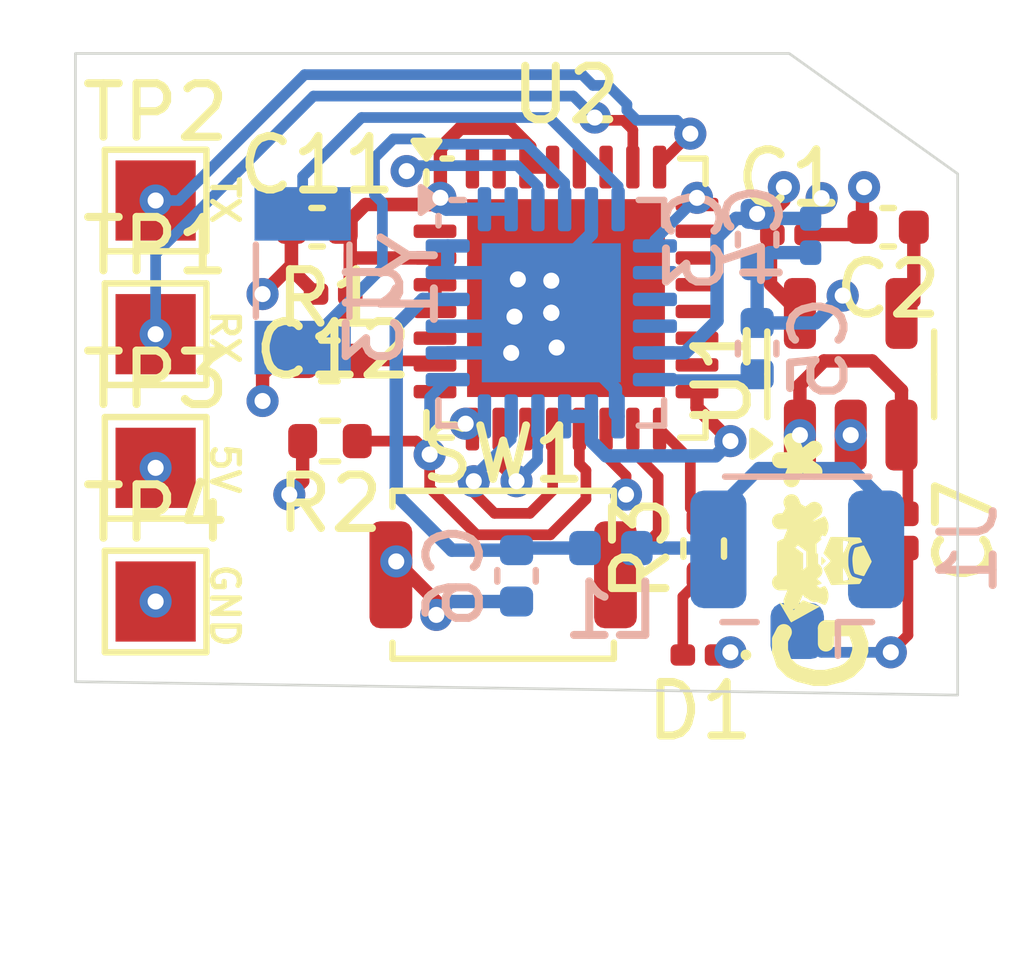
<source format=kicad_pcb>
(kicad_pcb (version 20241229) (generator "pcbnew") (generator_version "9.0")
  (layers (0 "F.Cu" signal) (4 "In1.Cu" signal) (6 "In2.Cu" signal) (2 "B.Cu" signal) (13 "F.Paste" user) (15 "B.Paste" user) (5 "F.SilkS" user "F.Silkscreen") (7 "B.SilkS" user "B.Silkscreen") (1 "F.Mask" user) (3 "B.Mask" user) (25 "Edge.Cuts" user))
  (net 0 "")
  (net 1 "GND")
  (net 2 "/3.3V")
  (net 3 "Net-(U1-BP)")
  (net 4 "Net-(U3-DCC_FB)")
  (net 5 "Net-(U3-RFIO)")
  (net 6 "Net-(U1-EN)")
  (net 7 "Net-(D1-A)")
  (net 8 "Net-(J1-Ext)")
  (net 9 "Net-(U2-CHIP_EN)")
  (net 10 "/CS")
  (net 11 "Net-(U2-GPIO4)")
  (net 12 "Net-(U2-GPIO0)")
  (net 14 "Net-(U2-U0TXD)")
  (net 15 "Net-(U2-U0RXD)")
  (net 17 "/BUSY")
  (net 22 "/RST")
  (net 23 "/MOSI")
  (net 26 "/SCK")
  (net 27 "/MISO")
  (net 33 "Net-(U3-XTB)")
  (net 34 "Net-(U3-XTA)")
  (footprint "TestPoint:TestPoint_Pad_1.5x1.5mm" (layer "F.Cu") (at 122.25 114)
    (property "Reference" "TP2" (at 0 -1.648 0) (layer "F.SilkS"))
    (property "Value" "TX_PAD")
    (pad "1" smd rect (at 0 0) (size 1.5 1.5) (layers "F.Cu" "F.Mask") (net 15 "Net-(U2-U0RXD)"))
  )
  (footprint "Package_DFN_QFN:QFN-32-1EP_5x5mm_P0.5mm_EP3.7x3.7mm" (layer "F.Cu") (at 129.925 115.825)
    (property "Reference" "U2" (at 0 -3.8 0) (layer "F.SilkS"))
    (property "Value" "ESP8285")
    (pad "1" smd roundrect (at -2.45 -1.75) (size 0.8 0.25) (layers "F.Cu" "F.Mask" "F.Paste") (net 2 "/3.3V"))
    (pad "2" smd roundrect (at -2.45 -1.25) (size 0.8 0.25) (layers "F.Cu" "F.Mask" "F.Paste"))
    (pad "3" smd roundrect (at -2.45 -0.75) (size 0.8 0.25) (layers "F.Cu" "F.Mask" "F.Paste") (net 2 "/3.3V"))
    (pad "4" smd roundrect (at -2.45 -0.25) (size 0.8 0.25) (layers "F.Cu" "F.Mask" "F.Paste") (net 2 "/3.3V"))
    (pad "5" smd roundrect (at -2.45 0.25) (size 0.8 0.25) (layers "F.Cu" "F.Mask" "F.Paste") (net 2 "/3.3V"))
    (pad "6" smd roundrect (at -2.45 0.75) (size 0.8 0.25) (layers "F.Cu" "F.Mask" "F.Paste"))
    (pad "7" smd roundrect (at -2.45 1.25) (size 0.8 0.25) (layers "F.Cu" "F.Mask" "F.Paste") (net 9 "Net-(U2-CHIP_EN)"))
    (pad "8" smd roundrect (at -2.45 1.75) (size 0.8 0.25) (layers "F.Cu" "F.Mask" "F.Paste"))
    (pad "9" smd roundrect (at -1.75 2.45) (size 0.25 0.8) (layers "F.Cu" "F.Mask" "F.Paste") (net 26 "/SCK"))
    (pad "10" smd roundrect (at -1.25 2.45) (size 0.25 0.8) (layers "F.Cu" "F.Mask" "F.Paste") (net 27 "/MISO"))
    (pad "11" smd roundrect (at -0.75 2.45) (size 0.25 0.8) (layers "F.Cu" "F.Mask" "F.Paste") (net 2 "/3.3V"))
    (pad "12" smd roundrect (at -0.25 2.45) (size 0.25 0.8) (layers "F.Cu" "F.Mask" "F.Paste") (net 23 "/MOSI"))
    (pad "13" smd roundrect (at 0.25 2.45) (size 0.25 0.8) (layers "F.Cu" "F.Mask" "F.Paste") (net 10 "/CS"))
    (pad "14" smd roundrect (at 0.75 2.45) (size 0.25 0.8) (layers "F.Cu" "F.Mask" "F.Paste") (net 22 "/RST"))
    (pad "15" smd roundrect (at 1.25 2.45) (size 0.25 0.8) (layers "F.Cu" "F.Mask" "F.Paste") (net 12 "Net-(U2-GPIO0)"))
    (pad "16" smd roundrect (at 1.75 2.45) (size 0.25 0.8) (layers "F.Cu" "F.Mask" "F.Paste") (net 11 "Net-(U2-GPIO4)"))
    (pad "17" smd roundrect (at 2.45 1.75) (size 0.8 0.25) (layers "F.Cu" "F.Mask" "F.Paste") (net 2 "/3.3V"))
    (pad "18" smd roundrect (at 2.45 1.25) (size 0.8 0.25) (layers "F.Cu" "F.Mask" "F.Paste"))
    (pad "19" smd roundrect (at 2.45 0.75) (size 0.8 0.25) (layers "F.Cu" "F.Mask" "F.Paste"))
    (pad "20" smd roundrect (at 2.45 0.25) (size 0.8 0.25) (layers "F.Cu" "F.Mask" "F.Paste"))
    (pad "21" smd roundrect (at 2.45 -0.25) (size 0.8 0.25) (layers "F.Cu" "F.Mask" "F.Paste"))
    (pad "22" smd roundrect (at 2.45 -0.75) (size 0.8 0.25) (layers "F.Cu" "F.Mask" "F.Paste"))
    (pad "23" smd roundrect (at 2.45 -1.25) (size 0.8 0.25) (layers "F.Cu" "F.Mask" "F.Paste"))
    (pad "24" smd roundrect (at 2.45 -1.75) (size 0.8 0.25) (layers "F.Cu" "F.Mask" "F.Paste") (net 17 "/BUSY"))
    (pad "25" smd roundrect (at 1.75 -2.45) (size 0.25 0.8) (layers "F.Cu" "F.Mask" "F.Paste") (net 15 "Net-(U2-U0RXD)"))
    (pad "26" smd roundrect (at 1.25 -2.45) (size 0.25 0.8) (layers "F.Cu" "F.Mask" "F.Paste") (net 14 "Net-(U2-U0TXD)"))
    (pad "27" smd roundrect (at 0.75 -2.45) (size 0.25 0.8) (layers "F.Cu" "F.Mask" "F.Paste"))
    (pad "28" smd roundrect (at 0.25 -2.45) (size 0.25 0.8) (layers "F.Cu" "F.Mask" "F.Paste"))
    (pad "29" smd roundrect (at -0.25 -2.45) (size 0.25 0.8) (layers "F.Cu" "F.Mask" "F.Paste") (net 2 "/3.3V"))
    (pad "30" smd roundrect (at -0.75 -2.45) (size 0.25 0.8) (layers "F.Cu" "F.Mask" "F.Paste") (net 2 "/3.3V"))
    (pad "31" smd roundrect (at -1.25 -2.45) (size 0.25 0.8) (layers "F.Cu" "F.Mask" "F.Paste"))
    (pad "32" smd roundrect (at -1.75 -2.45) (size 0.25 0.8) (layers "F.Cu" "F.Mask" "F.Paste"))
    (pad "33" smd rect (at 0 0) (size 3.7 3.7) (property pad_prop_heatsink) (layers "F.Cu" "F.Mask") (net 1 "GND"))
  )
  (footprint "Capacitor_SMD:C_0201_0603Metric" (layer "F.Cu") (at 136.32 120.18 -90)
    (property "Reference" "C7" (at 0 -1.05 90) (layer "F.SilkS"))
    (property "Value" "4.7uF")
    (pad "1" smd roundrect (at -0.32 0 270) (size 0.46 0.4) (layers "F.Cu" "F.Mask") (net 6 "Net-(U1-EN)"))
    (pad "2" smd roundrect (at 0.32 0 270) (size 0.46 0.4) (layers "F.Cu" "F.Mask") (net 1 "GND"))
  )
  (footprint "TestPoint:TestPoint_Pad_1.5x1.5mm" (layer "F.Cu") (at 122.25 121.5)
    (property "Reference" "TP4" (at 0 -1.648 0) (layer "F.SilkS"))
    (property "Value" "GND")
    (pad "1" smd rect (at 0 0) (size 1.5 1.5) (layers "F.Cu" "F.Mask") (net 1 "GND"))
  )
  (footprint "TestPoint:TestPoint_Pad_1.5x1.5mm" (layer "F.Cu") (at 122.25 116.5)
    (property "Reference" "TP1" (at 0 -1.648 0) (layer "F.SilkS"))
    (property "Value" "RX_PAD")
    (pad "1" smd rect (at 0 0) (size 1.5 1.5) (layers "F.Cu" "F.Mask") (net 14 "Net-(U2-U0TXD)"))
  )
  (footprint "Capacitor_SMD:C_0201_0603Metric" (layer "F.Cu") (at 134.105 114.6375)
    (property "Reference" "C1" (at 0 -1.05 0) (layer "F.SilkS"))
    (property "Value" "2.2uF")
    (pad "1" smd roundrect (at -0.32 0) (size 0.46 0.4) (layers "F.Cu" "F.Mask") (net 2 "/3.3V"))
    (pad "2" smd roundrect (at 0.32 0) (size 0.46 0.4) (layers "F.Cu" "F.Mask") (net 1 "GND"))
  )
  (footprint "Button_Switch_SMD:SW_Push_SPST_NO_Alps_SKRK" (layer "F.Cu") (at 128.75 121)
    (property "Reference" "SW1" (at 0 -2.25 0) (layer "F.SilkS"))
    (property "Value" "SW_Push")
    (pad "1" smd roundrect (at -2.1 0) (size 0.8 2) (layers "F.Cu" "F.Mask" "F.Paste") (net 1 "GND"))
    (pad "2" smd roundrect (at 2.1 0) (size 0.8 2) (layers "F.Cu" "F.Mask" "F.Paste") (net 12 "Net-(U2-GPIO0)"))
  )
  (footprint "Capacitor_SMD:C_0201_0603Metric" (layer "F.Cu") (at 125.57 115.75 180)
    (property "Reference" "C12" (at 0 -1.05 0) (layer "F.SilkS"))
    (property "Value" "10uF")
    (pad "1" smd roundrect (at -0.32 0 180) (size 0.46 0.4) (layers "F.Cu" "F.Mask") (net 2 "/3.3V"))
    (pad "2" smd roundrect (at 0.32 0 180) (size 0.46 0.4) (layers "F.Cu" "F.Mask") (net 1 "GND"))
  )
  (footprint "Capacitor_SMD:C_0402_1005Metric" (layer "F.Cu") (at 135.95 114.5 180)
    (property "Reference" "C2" (at 0 -1.16 0) (layer "F.SilkS"))
    (property "Value" "470pF")
    (pad "1" smd roundrect (at -0.48 0 180) (size 0.56 0.62) (layers "F.Cu" "F.Mask" "F.Paste") (net 3 "Net-(U1-BP)"))
    (pad "2" smd roundrect (at 0.48 0 180) (size 0.56 0.62) (layers "F.Cu" "F.Mask" "F.Paste") (net 1 "GND"))
  )
  (footprint "logo:TEAM_ROBOLUTION2.5MM(1)" (layer "F.Cu") (at 134.75 120.75 -90)
    (property "Reference" "G***" (at 0 0 90) (layer "F.SilkS") (effects (font (size 1.5 1.5) (thickness 0.3))))
    (property "Value" "LOGO" (hide yes))
  )
  (footprint "Resistor_SMD:R_0402_1005Metric" (layer "F.Cu") (at 132.5 120.51 90)
    (property "Reference" "R3" (at 0 -1.17 90) (layer "F.SilkS"))
    (property "Value" "2.2K")
    (pad "1" smd roundrect (at -0.51 0 90) (size 0.54 0.64) (layers "F.Cu" "F.Mask" "F.Paste") (net 7 "Net-(D1-A)"))
    (pad "2" smd roundrect (at 0.51 0 90) (size 0.54 0.64) (layers "F.Cu" "F.Mask" "F.Paste") (net 11 "Net-(U2-GPIO4)"))
  )
  (footprint "Package_TO_SOT_SMD:SOT-23-5" (layer "F.Cu") (at 135.25 117.25 90)
    (property "Reference" "U1" (at 0 -2.4 90) (layer "F.SilkS"))
    (property "Value" "MIC5219-3.3YM5")
    (pad "1" smd roundrect (at -1.1375 -0.95 90) (size 1.325 0.6) (layers "F.Cu" "F.Mask" "F.Paste") (net 6 "Net-(U1-EN)"))
    (pad "2" smd roundrect (at -1.1375 0 90) (size 1.325 0.6) (layers "F.Cu" "F.Mask" "F.Paste") (net 1 "GND"))
    (pad "3" smd roundrect (at -1.1375 0.95 90) (size 1.325 0.6) (layers "F.Cu" "F.Mask" "F.Paste") (net 6 "Net-(U1-EN)"))
    (pad "4" smd roundrect (at 1.1375 0.95 90) (size 1.325 0.6) (layers "F.Cu" "F.Mask" "F.Paste") (net 3 "Net-(U1-BP)"))
    (pad "5" smd roundrect (at 1.1375 -0.95 90) (size 1.325 0.6) (layers "F.Cu" "F.Mask" "F.Paste") (net 2 "/3.3V"))
  )
  (footprint "Resistor_SMD:R_0402_1005Metric" (layer "F.Cu") (at 125.5 117)
    (property "Reference" "R1" (at 0 -1.17 0) (layer "F.SilkS"))
    (property "Value" "10K")
    (pad "1" smd roundrect (at -0.51 0) (size 0.54 0.64) (layers "F.Cu" "F.Mask" "F.Paste") (net 2 "/3.3V"))
    (pad "2" smd roundrect (at 0.51 0) (size 0.54 0.64) (layers "F.Cu" "F.Mask" "F.Paste") (net 9 "Net-(U2-CHIP_EN)"))
  )
  (footprint "LED_SMD:LED_0201_0603Metric" (layer "F.Cu") (at 132.43 122.5 180)
    (property "Reference" "D1" (at 0 -1.05 0) (layer "F.SilkS"))
    (property "Value" "LED")
    (pad "1" smd roundrect (at -0.32 0 180) (size 0.46 0.4) (layers "F.Cu" "F.Mask") (net 1 "GND"))
    (pad "2" smd roundrect (at 0.32 0 180) (size 0.46 0.4) (layers "F.Cu" "F.Mask") (net 7 "Net-(D1-A)"))
  )
  (footprint "Resistor_SMD:R_0402_1005Metric" (layer "F.Cu") (at 125.51 118.5 180)
    (property "Reference" "R2" (at 0 -1.17 0) (layer "F.SilkS"))
    (property "Value" "4.7K")
    (pad "1" smd roundrect (at -0.51 0 180) (size 0.54 0.64) (layers "F.Cu" "F.Mask" "F.Paste") (net 10 "/CS"))
    (pad "2" smd roundrect (at 0.51 0 180) (size 0.54 0.64) (layers "F.Cu" "F.Mask" "F.Paste") (net 1 "GND"))
  )
  (footprint "Capacitor_SMD:C_0402_1005Metric" (layer "F.Cu") (at 125.27 114.5)
    (property "Reference" "C11" (at 0 -1.16 0) (layer "F.SilkS"))
    (property "Value" "0.1uF")
    (pad "1" smd roundrect (at -0.48 0) (size 0.56 0.62) (layers "F.Cu" "F.Mask" "F.Paste") (net 1 "GND"))
    (pad "2" smd roundrect (at 0.48 0) (size 0.56 0.62) (layers "F.Cu" "F.Mask" "F.Paste") (net 2 "/3.3V"))
  )
  (footprint "TestPoint:TestPoint_Pad_1.5x1.5mm" (layer "F.Cu") (at 122.25 119)
    (property "Reference" "TP3" (at 0 -1.648 0) (layer "F.SilkS"))
    (property "Value" "5V")
    (pad "1" smd rect (at 0 0) (size 1.5 1.5) (layers "F.Cu" "F.Mask") (net 6 "Net-(U1-EN)"))
  )
  (footprint "Capacitor_SMD:C_0402_1005Metric" (layer "B.Cu") (at 129 121.02 -90)
    (property "Reference" "C6" (at 0 1.16 90) (layer "B.SilkS") (effects (justify mirror)))
    (property "Value" "2pH")
    (pad "1" smd roundrect (at -0.48 0 270) (size 0.56 0.62) (layers "B.Cu" "B.Mask" "B.Paste") (net 5 "Net-(U3-RFIO)"))
    (pad "2" smd roundrect (at 0.48 0 270) (size 0.56 0.62) (layers "B.Cu" "B.Mask" "B.Paste") (net 1 "GND"))
  )
  (footprint "Capacitor_SMD:C_0201_0603Metric" (layer "B.Cu") (at 134.5 114.655 -90)
    (property "Reference" "C4" (at 0 1.05 90) (layer "B.SilkS") (effects (justify mirror)))
    (property "Value" "100nF")
    (pad "1" smd roundrect (at -0.32 0 270) (size 0.46 0.4) (layers "B.Cu" "B.Mask") (net 2 "/3.3V"))
    (pad "2" smd roundrect (at 0.32 0 270) (size 0.46 0.4) (layers "B.Cu" "B.Mask") (net 1 "GND"))
  )
  (footprint "Inductor_SMD:L_0402_1005Metric" (layer "B.Cu") (at 130.765 120.5)
    (property "Reference" "L1" (at 0 1.17 0) (layer "B.SilkS") (effects (justify mirror)))
    (property "Value" "3.9nH")
    (pad "1" smd roundrect (at -0.485 0) (size 0.59 0.64) (layers "B.Cu" "B.Mask" "B.Paste") (net 5 "Net-(U3-RFIO)"))
    (pad "2" smd roundrect (at 0.485 0) (size 0.59 0.64) (layers "B.Cu" "B.Mask" "B.Paste") (net 8 "Net-(J1-Ext)"))
  )
  (footprint "Capacitor_SMD:C_0402_1005Metric" (layer "B.Cu") (at 133.5 114.73 -90)
    (property "Reference" "C3" (at 0 1.16 90) (layer "B.SilkS") (effects (justify mirror)))
    (property "Value" "10nF")
    (pad "1" smd roundrect (at -0.48 0 270) (size 0.56 0.62) (layers "B.Cu" "B.Mask" "B.Paste") (net 2 "/3.3V"))
    (pad "2" smd roundrect (at 0.48 0 270) (size 0.56 0.62) (layers "B.Cu" "B.Mask" "B.Paste") (net 1 "GND"))
  )
  (footprint "Capacitor_SMD:C_0402_1005Metric" (layer "B.Cu") (at 133.5 116.77 90)
    (property "Reference" "C5" (at 0 1.16 90) (layer "B.SilkS") (effects (justify mirror)))
    (property "Value" "470nF")
    (pad "1" smd roundrect (at -0.48 0 90) (size 0.56 0.62) (layers "B.Cu" "B.Mask" "B.Paste") (net 4 "Net-(U3-DCC_FB)"))
    (pad "2" smd roundrect (at 0.48 0 90) (size 0.56 0.62) (layers "B.Cu" "B.Mask" "B.Paste") (net 1 "GND"))
  )
  (footprint "Connector_Coaxial:U.FL_Hirose_U.FL-R-SMT-1_Vertical" (layer "B.Cu") (at 134.25 121 90)
    (property "Reference" "J1" (at 0.475 3.2 270) (layer "B.SilkS") (effects (justify mirror)))
    (property "Value" "Conn_Coaxial_Small")
    (pad "1" smd roundrect (at -1.05 0 90) (size 1.05 1) (layers "B.Cu" "B.Mask" "B.Paste") (net 1 "GND"))
    (pad "2" smd roundrect (at 0.475 -1.475 90) (size 2.2 1.05) (layers "B.Cu" "B.Mask" "B.Paste") (roundrect_rratio 0.2380952381) (net 8 "Net-(J1-Ext)"))
    (pad "2" smd roundrect (at 0.475 1.475 90) (size 2.2 1.05) (layers "B.Cu" "B.Mask" "B.Paste") (roundrect_rratio 0.2380952381) (net 8 "Net-(J1-Ext)"))
  )
  (footprint "Package_DFN_QFN:QFN-24-1EP_4x4mm_P0.5mm_EP2.6x2.6mm" (layer "B.Cu") (at 129.65 116.1 -90)
    (property "Reference" "U3" (at 0 3.3 90) (layer "B.SilkS") (effects (justify mirror)))
    (property "Value" "SX1280IMLTRT")
    (pad "1" smd roundrect (at -1.9375 1.25 270) (size 0.825 0.25) (layers "B.Cu" "B.Mask" "B.Paste") (net 2 "/3.3V"))
    (pad "2" smd roundrect (at -1.9375 0.75 270) (size 0.825 0.25) (layers "B.Cu" "B.Mask" "B.Paste") (net 2 "/3.3V"))
    (pad "3" smd roundrect (at -1.9375 0.25 270) (size 0.825 0.25) (layers "B.Cu" "B.Mask" "B.Paste") (net 22 "/RST"))
    (pad "4" smd roundrect (at -1.9375 -0.25 270) (size 0.825 0.25) (layers "B.Cu" "B.Mask" "B.Paste") (net 34 "Net-(U3-XTA)"))
    (pad "5" smd roundrect (at -1.9375 -0.75 270) (size 0.825 0.25) (layers "B.Cu" "B.Mask" "B.Paste") (net 1 "GND"))
    (pad "6" smd roundrect (at -1.9375 -1.25 270) (size 0.825 0.25) (layers "B.Cu" "B.Mask" "B.Paste") (net 33 "Net-(U3-XTB)"))
    (pad "7" smd roundrect (at -1.25 -1.9375 270) (size 0.25 0.825) (layers "B.Cu" "B.Mask" "B.Paste") (net 17 "/BUSY"))
    (pad "8" smd roundrect (at -0.75 -1.9375 270) (size 0.25 0.825) (layers "B.Cu" "B.Mask" "B.Paste"))
    (pad "9" smd roundrect (at -0.25 -1.9375 270) (size 0.25 0.825) (layers "B.Cu" "B.Mask" "B.Paste"))
    (pad "10" smd roundrect (at 0.25 -1.9375 270) (size 0.25 0.825) (layers "B.Cu" "B.Mask" "B.Paste"))
    (pad "11" smd roundrect (at 0.75 -1.9375 270) (size 0.25 0.825) (layers "B.Cu" "B.Mask" "B.Paste") (net 2 "/3.3V"))
    (pad "12" smd roundrect (at 1.25 -1.9375 270) (size 0.25 0.825) (layers "B.Cu" "B.Mask" "B.Paste") (net 4 "Net-(U3-DCC_FB)"))
    (pad "13" smd roundrect (at 1.9375 -1.25 270) (size 0.825 0.25) (layers "B.Cu" "B.Mask" "B.Paste") (net 1 "GND"))
    (pad "14" smd roundrect (at 1.9375 -0.75 270) (size 0.825 0.25) (layers "B.Cu" "B.Mask" "B.Paste") (net 2 "/3.3V"))
    (pad "15" smd roundrect (at 1.9375 -0.25 270) (size 0.825 0.25) (layers "B.Cu" "B.Mask" "B.Paste") (net 2 "/3.3V"))
    (pad "16" smd roundrect (at 1.9375 0.25 270) (size 0.825 0.25) (layers "B.Cu" "B.Mask" "B.Paste") (net 27 "/MISO"))
    (pad "17" smd roundrect (at 1.9375 0.75 270) (size 0.825 0.25) (layers "B.Cu" "B.Mask" "B.Paste") (net 23 "/MOSI"))
    (pad "18" smd roundrect (at 1.9375 1.25 270) (size 0.825 0.25) (layers "B.Cu" "B.Mask" "B.Paste") (net 26 "/SCK"))
    (pad "19" smd roundrect (at 1.25 1.9375 270) (size 0.25 0.825) (layers "B.Cu" "B.Mask" "B.Paste") (net 10 "/CS"))
    (pad "20" smd roundrect (at 0.75 1.9375 270) (size 0.25 0.825) (layers "B.Cu" "B.Mask" "B.Paste") (net 1 "GND"))
    (pad "21" smd roundrect (at 0.25 1.9375 270) (size 0.25 0.825) (layers "B.Cu" "B.Mask" "B.Paste") (net 1 "GND"))
    (pad "22" smd roundrect (at -0.25 1.9375 270) (size 0.25 0.825) (layers "B.Cu" "B.Mask" "B.Paste") (net 5 "Net-(U3-RFIO)"))
    (pad "23" smd roundrect (at -0.75 1.9375 270) (size 0.25 0.825) (layers "B.Cu" "B.Mask" "B.Paste") (net 1 "GND"))
    (pad "24" smd roundrect (at -1.25 1.9375 270) (size 0.25 0.825) (layers "B.Cu" "B.Mask" "B.Paste") (net 1 "GND"))
    (pad "25" smd rect (at 0 0 270) (size 2.6 2.6) (property pad_prop_heatsink) (layers "B.Cu" "B.Mask") (net 1 "GND"))
  )
  (footprint "Crystal:Crystal_SMD_3215-2Pin_3.2x1.5mm" (layer "B.Cu") (at 125 115.5 90)
    (property "Reference" "Y1" (at 0 2 90) (layer "B.SilkS") (effects (justify mirror)))
    (property "Value" "52MHz")
    (pad "1" smd rect (at 1.25 0 90) (size 1 1.8) (layers "B.Cu" "B.Mask" "B.Paste") (net 33 "Net-(U3-XTB)"))
    (pad "2" smd rect (at -1.25 0 90) (size 1 1.8) (layers "B.Cu" "B.Mask" "B.Paste") (net 34 "Net-(U3-XTA)"))
  )
  (gr_poly (pts (xy 120.75 111.25) (xy 120.75 111.25) (xy 134.100001 111.25) (xy 137.25 113.5) (xy 137.25 123.25) (xy 120.75 123)) (stroke (width 0.05)) (fill no) (layer "Edge.Cuts"))
  (gr_text "GND" (at 123.25 120.75 270) (layer "F.SilkS") (effects (font (size 0.5 0.5) (thickness 0.1)) (justify left bottom)))
  (gr_text "RX" (at 123.25 116 270) (layer "F.SilkS") (effects (font (size 0.5 0.5) (thickness 0.1)) (justify left bottom)))
  (gr_text "5V" (at 123.25 118.5 270) (layer "F.SilkS") (effects (font (size 0.5 0.5) (thickness 0.1)) (justify left bottom)))
  (gr_text "TX" (at 123.25 113.5 270) (layer "F.SilkS") (effects (font (size 0.5 0.5) (thickness 0.1)) (justify left bottom)))
  (segment (start 135.3325 114.6375) (end 135.47 114.5) (width 0.25) (layer "F.Cu") (net 1))
  (segment (start 136.32 122.13) (end 136 122.45) (width 0.2) (layer "F.Cu") (net 1))
  (segment (start 126.65 120.85) (end 126.75 120.75) (width 0.25) (layer "F.Cu") (net 1))
  (segment (start 136.32 120.5) (end 136.32 122.13) (width 0.2) (layer "F.Cu") (net 1))
  (segment (start 133 122.45) (end 132.822318 122.45) (width 0.2) (layer "F.Cu") (net 1))
  (segment (start 125 119.25) (end 124.75 119.5) (width 0.25) (layer "F.Cu") (net 1))
  (segment (start 135.47 114.5) (end 135.47 113.78) (width 0.25) (layer "F.Cu") (net 1))
  (segment (start 127.5 121.75) (end 127.5 121.5) (width 0.25) (layer "F.Cu") (net 1))
  (segment (start 125 118.5) (end 125 119.25) (width 0.25) (layer "F.Cu") (net 1))
  (segment (start 135.47 113.78) (end 135.5 113.75) (width 0.25) (layer "F.Cu") (net 1))
  (segment (start 127.5 121.5) (end 126.75 120.75) (width 0.25) (layer "F.Cu") (net 1))
  (segment (start 132.822318 122.45) (end 132.772318 122.5) (width 0.2) (layer "F.Cu") (net 1))
  (segment (start 124.79 115.209998) (end 124.25 115.749998) (width 0.25) (layer "F.Cu") (net 1))
  (segment (start 134.425 114.6375) (end 135.3325 114.6375) (width 0.25) (layer "F.Cu") (net 1))
  (segment (start 132.772318 122.5) (end 132.75 122.5) (width 0.2) (layer "F.Cu") (net 1))
  (segment (start 124.79 114.5) (end 124.79 115.29) (width 0.25) (layer "F.Cu") (net 1))
  (segment (start 124.79 114.5) (end 124.79 115.209998) (width 0.25) (layer "F.Cu") (net 1))
  (segment (start 124.79 115.29) (end 125.25 115.75) (width 0.25) (layer "F.Cu") (net 1))
  (via (at 129.025 115.475) (size 0.6) (drill 0.3) (layers "F.Cu" "B.Cu") (net 1))
  (via (at 135.5 113.75) (size 0.6) (drill 0.3) (layers "F.Cu" "B.Cu") (net 1))
  (via (at 129.65 116.1) (size 0.6) (drill 0.3) (layers "F.Cu" "B.Cu") (net 1))
  (via (at 126.75 120.75) (size 0.6) (drill 0.3) (layers "F.Cu" "B.Cu") (net 1))
  (via (at 128.961625 116.172127) (size 0.6) (drill 0.3) (layers "F.Cu" "B.Cu") (net 1))
  (via (at 135.1 115.778917) (size 0.6) (drill 0.3) (layers "F.Cu" "B.Cu") (net 1))
  (via (at 127.5 121.75) (size 0.6) (drill 0.3) (layers "F.Cu" "B.Cu") (net 1))
  (via (at 129.65 116.1) (size 0.6) (drill 0.3) (layers "F.Cu" "B.Cu") (net 1))
  (via (at 129.65 116.1) (size 0.6) (drill 0.3) (layers "F.Cu" "B.Cu") (net 1))
  (via (at 129.65 115.5) (size 0.6) (drill 0.3) (layers "F.Cu" "B.Cu") (net 1))
  (via (at 136 122.45) (size 0.6) (drill 0.3) (layers "F.Cu" "B.Cu") (net 1))
  (via (at 122.25 121.5) (size 0.6) (drill 0.3) (layers "F.Cu" "B.Cu") (net 1))
  (via (at 124.75 119.5) (size 0.6) (drill 0.3) (layers "F.Cu" "B.Cu") (net 1))
  (via (at 135.25 118.3875) (size 0.6) (drill 0.3) (layers "F.Cu" "B.Cu") (net 1))
  (via (at 133 122.45) (size 0.6) (drill 0.3) (layers "F.Cu" "B.Cu") (net 1))
  (via (at 129.75 116.75) (size 0.6) (drill 0.3) (layers "F.Cu" "B.Cu") (net 1))
  (via (at 124.25 115.749998) (size 0.6) (drill 0.3) (layers "F.Cu" "B.Cu") (net 1))
  (via (at 128.9 116.85) (size 0.6) (drill 0.3) (layers "F.Cu" "B.Cu") (net 1))
  (segment (start 134.7 122.45) (end 136 122.45) (width 0.2) (layer "B.Cu") (net 1))
  (segment (start 130.851 117.524846) (end 130.851 117.9885) (width 0.25) (layer "B.Cu") (net 1))
  (segment (start 134.5 114.975) (end 133.735 114.975) (width 0.25) (layer "B.Cu") (net 1))
  (segment (start 129.65 115.376154) (end 130.4 114.626154) (width 0.25) (layer "B.Cu") (net 1))
  (segment (start 129.65 116.1) (end 129.025 115.475) (width 0.25) (layer "B.Cu") (net 1))
  (segment (start 130.4 114.626154) (end 130.4 114.1625) (width 0.25) (layer "B.Cu") (net 1))
  (segment (start 129 121.5) (end 127.75 121.5) (width 0.25) (layer "B.Cu") (net 1))
  (segment (start 129.65 116.1) (end 129.033752 116.1) (width 0.25) (layer "B.Cu") (net 1))
  (segment (start 127.7125 116.85) (end 128.9 116.85) (width 0.25) (layer "B.Cu") (net 1))
  (segment (start 129.65 116.323846) (end 130.851 117.524846) (width 0.25) (layer "B.Cu") (net 1))
  (segment (start 133.5 115.21) (end 133.5 116.29) (width 0.25) (layer "B.Cu") (net 1))
  (segment (start 129.65 116.1) (end 129.65 116.65) (width 0.25) (layer "B.Cu") (net 1))
  (segment (start 128.9 115.35) (end 129.025 115.475) (width 0.25) (layer "B.Cu") (net 1))
  (segment (start 129.65 116.1) (end 128.9 116.85) (width 0.25) (layer "B.Cu") (net 1))
  (segment (start 127.7125 116.35) (end 129.4 116.35) (width 0.25) (layer "B.Cu") (net 1))
  (segment (start 134.588917 116.29) (end 135.1 115.778917) (width 0.25) (layer "B.Cu") (net 1))
  (segment (start 127.7125 115.35) (end 128.9 115.35) (width 0.25) (layer "B.Cu") (net 1))
  (segment (start 134.25 122.05) (end 134.25 122) (width 0.2) (layer "B.Cu") (net 1))
  (segment (start 133.735 114.975) (end 133.5 115.21) (width 0.25) (layer "B.Cu") (net 1))
  (segment (start 129.65 115.5) (end 129.65 115.376154) (width 0.25) (layer "B.Cu") (net 1))
  (segment (start 129.4 116.35) (end 129.65 116.1) (width 0.25) (layer "B.Cu") (net 1))
  (segment (start 129.65 116.1) (end 129.65 115.5) (width 0.25) (layer "B.Cu") (net 1))
  (segment (start 134.25 122) (end 134.7 122.45) (width 0.2) (layer "B.Cu") (net 1))
  (segment (start 129.65 116.1) (end 129.65 116.323846) (width 0.25) (layer "B.Cu") (net 1))
  (segment (start 130.851 117.9885) (end 130.9 118.0375) (width 0.25) (layer "B.Cu") (net 1))
  (segment (start 127.75 121.5) (end 127.5 121.75) (width 0.25) (layer "B.Cu") (net 1))
  (segment (start 129.033752 116.1) (end 128.961625 116.172127) (width 0.25) (layer "B.Cu") (net 1))
  (segment (start 129.65 116.65) (end 129.75 116.75) (width 0.25) (layer "B.Cu") (net 1))
  (segment (start 127.7125 114.85) (end 127.7125 115.35) (width 0.25) (layer "B.Cu") (net 1))
  (segment (start 133.5 116.29) (end 134.588917 116.29) (width 0.25) (layer "B.Cu") (net 1))
  (segment (start 134 114) (end 133.785 114.215) (width 0.25) (layer "F.Cu") (net 2))
  (segment (start 125.89 114.999998) (end 125.965002 115.075) (width 0.25) (layer "F.Cu") (net 2))
  (segment (start 127.475 114.075) (end 126.5 114.075) (width 0.25) (layer "F.Cu") (net 2))
  (segment (start 127.575675 113.948999) (end 127.575675 113.023171) (width 0.25) (layer "F.Cu") (net 2))
  (segment (start 124.99 117) (end 125.89 116.1) (width 0.25) (layer "F.Cu") (net 2))
  (segment (start 126.5 114.075) (end 126.175 114.075) (width 0.25) (layer "F.Cu") (net 2))
  (segment (start 125.89 116.1) (end 125.89 115.75) (width 0.25) (layer "F.Cu") (net 2))
  (segment (start 127.337893 113.948999) (end 127.211892 114.075) (width 0.25) (layer "F.Cu") (net 2))
  (segment (start 128.900154 112.649) (end 129.25 112.998846) (width 0.25) (layer "F.Cu") (net 2))
  (segment (start 132.375 117.575) (end 132.375 117.875) (width 0.25) (layer "F.Cu") (net 2))
  (segment (start 134.3 116.1125) (end 133.75 115.5625) (width 0.25) (layer "F.Cu") (net 2))
  (segment (start 124.99 117) (end 124.5 117) (width 0.25) (layer "F.Cu") (net 2))
  (segment (start 127.475 115.075) (end 127.475 116.075) (width 0.25) (layer "F.Cu") (net 2))
  (segment (start 124.5 117) (end 124.25 117.25) (width 0.25) (layer "F.Cu") (net 2))
  (segment (start 129.675 113.375) (end 129.25 113.375) (width 0.25) (layer "F.Cu") (net 2))
  (segment (start 127.949846 112.649) (end 128.900154 112.649) (width 0.25) (layer "F.Cu") (net 2))
  (segment (start 125.89 115.75) (end 125.89 114.64) (width 0.25) (layer "F.Cu") (net 2))
  (segment (start 134.3 116.45) (end 134.3 116.1125) (width 0.25) (layer "F.Cu") (net 2))
  (segment (start 125.965002 115.075) (end 127.475 115.075) (width 0.25) (layer "F.Cu") (net 2))
  (segment (start 129.25 112.998846) (end 129.25 113.375) (width 0.25) (layer "F.Cu") (net 2))
  (segment (start 132.375 117.875) (end 133 118.5) (width 0.25) (layer "F.Cu") (net 2))
  (segment (start 134 113.75) (end 134 114) (width 0.25) (layer "F.Cu") (net 2))
  (segment (start 125.89 115.75) (end 125.89 114.999998) (width 0.25) (layer "F.Cu") (net 2))
  (segment (start 133.75 114.6725) (end 133.785 114.6375) (width 0.25) (layer "F.Cu") (net 2))
  (segment (start 126.175 114.075) (end 125.75 114.5) (width 0.25) (layer "F.Cu") (net 2))
  (segment (start 127.575675 113.023171) (end 127.949846 112.649) (width 0.25) (layer "F.Cu") (net 2))
  (segment (start 124.25 117.25) (end 124.25 117.75) (width 0.25) (layer "F.Cu") (net 2))
  (segment (start 127.575675 113.948999) (end 127.337893 113.948999) (width 0.25) (layer "F.Cu") (net 2))
  (segment (start 127.211892 114.075) (end 126.5 114.075) (width 0.25) (layer "F.Cu") (net 2))
  (segment (start 133.785 114.215) (end 133.785 114.6375) (width 0.25) (layer "F.Cu") (net 2))
  (segment (start 133.75 115.5625) (end 133.75 114.6725) (width 0.25) (layer "F.Cu") (net 2))
  (segment (start 125.89 114.64) (end 125.75 114.5) (width 0.25) (layer "F.Cu") (net 2))
  (segment (start 129.25 113.375) (end 129.175 113.375) (width 0.25) (layer "F.Cu") (net 2))
  (via (at 133 118.5) (size 0.6) (drill 0.3) (layers "F.Cu" "B.Cu") (net 2))
  (via (at 133.5 114.25) (size 0.6) (drill 0.3) (layers "F.Cu" "B.Cu") (net 2))
  (via (at 134.706492 113.956116) (size 0.6) (drill 0.3) (layers "F.Cu" "B.Cu") (net 2))
  (via (at 127.575675 113.948999) (size 0.6) (drill 0.3) (layers "F.Cu" "B.Cu") (net 2))
  (via (at 134 113.75) (size 0.6) (drill 0.3) (layers "F.Cu" "B.Cu") (net 2))
  (via (at 124.25 117.75) (size 0.6) (drill 0.3) (layers "F.Cu" "B.Cu") (net 2))
  (segment (start 129.9 118.0375) (end 130.4 118.0375) (width 0.25) (layer "B.Cu") (net 2))
  (segment (start 134.680347 113.956116) (end 134.5 114.136463) (width 0.25) (layer "B.Cu") (net 2))
  (segment (start 132.724 118.776) (end 133 118.5) (width 0.25) (layer "B.Cu") (net 2))
  (segment (start 127.575675 114.050675) (end 127.6875 114.1625) (width 0.25) (layer "B.Cu") (net 2))
  (segment (start 132.75 114.690001) (end 133.105001 114.335) (width 0.25) (layer "B.Cu") (net 2))
  (segment (start 134.5 114.136463) (end 134.5 114.335) (width 0.25) (layer "B.Cu") (net 2))
  (segment (start 132.75 116.25) (end 132.75 114.690001) (width 0.25) (layer "B.Cu") (net 2))
  (segment (start 133.105001 114.335) (end 134.5 114.335) (width 0.25) (layer "B.Cu") (net 2))
  (segment (start 132.15 116.85) (end 132.75 116.25) (width 0.25) (layer "B.Cu") (net 2))
  (segment (start 130.4 118.501154) (end 130.674846 118.776) (width 0.25) (layer "B.Cu") (net 2))
  (segment (start 128.9 114.1625) (end 128.4 114.1625) (width 0.25) (layer "B.Cu") (net 2))
  (segment (start 134.706492 113.956116) (end 134.680347 113.956116) (width 0.25) (layer "B.Cu") (net 2))
  (segment (start 130.4 118.0375) (end 130.4 118.501154) (width 0.25) (layer "B.Cu") (net 2))
  (segment (start 130.674846 118.776) (end 132.724 118.776) (width 0.25) (layer "B.Cu") (net 2))
  (segment (start 127.575675 113.948999) (end 127.575675 114.050675) (width 0.25) (layer "B.Cu") (net 2))
  (segment (start 131.5875 116.85) (end 132.15 116.85) (width 0.25) (layer "B.Cu") (net 2))
  (segment (start 127.6875 114.1625) (end 128.4 114.1625) (width 0.25) (layer "B.Cu") (net 2))
  (segment (start 136.43 115.8825) (end 136.2 116.1125) (width 0.25) (layer "F.Cu") (net 3))
  (segment (start 136.43 114.5) (end 136.43 115.8825) (width 0.25) (layer "F.Cu") (net 3))
  (segment (start 133.4 117.35) (end 133.5 117.25) (width 0.2) (layer "B.Cu") (net 4))
  (segment (start 131.5875 117.35) (end 133.4 117.35) (width 0.2) (layer "B.Cu") (net 4))
  (segment (start 126.75 116.348846) (end 127.248846 115.85) (width 0.25) (layer "B.Cu") (net 5))
  (segment (start 126.75 119.5) (end 126.75 116.348846) (width 0.25) (layer "B.Cu") (net 5))
  (segment (start 129.04 120.5) (end 129 120.54) (width 0.25) (layer "B.Cu") (net 5))
  (segment (start 130.28 120.5) (end 129.04 120.5) (width 0.25) (layer "B.Cu") (net 5))
  (segment (start 129 120.54) (end 127.79 120.54) (width 0.25) (layer "B.Cu") (net 5))
  (segment (start 127.248846 115.85) (end 127.7125 115.85) (width 0.25) (layer "B.Cu") (net 5))
  (segment (start 127.79 120.54) (end 126.75 119.5) (width 0.25) (layer "B.Cu") (net 5))
  (segment (start 134.75 117) (end 135.65 117) (width 0.25) (layer "F.Cu") (net 6))
  (segment (start 134.3 117.45) (end 134.75 117) (width 0.25) (layer "F.Cu") (net 6))
  (segment (start 136.32 118.5075) (end 136.2 118.3875) (width 0.2) (layer "F.Cu") (net 6))
  (segment (start 134.3 118.3875) (end 134.3 117.45) (width 0.25) (layer "F.Cu") (net 6))
  (segment (start 136.32 119.86) (end 136.32 118.5075) (width 0.2) (layer "F.Cu") (net 6))
  (segment (start 136.2 117.55) (end 136.2 118.3875) (width 0.25) (layer "F.Cu") (net 6))
  (segment (start 135.65 117) (end 136.2 117.55) (width 0.25) (layer "F.Cu") (net 6))
  (via (at 122.25 119) (size 0.6) (drill 0.3) (layers "F.Cu" "B.Cu") (net 6))
  (via (at 134.3 118.3875) (size 0.6) (drill 0.3) (layers "F.Cu" "B.Cu") (net 6))
  (segment (start 132.11 121.41) (end 132.11 122.5) (width 0.2) (layer "F.Cu") (net 7))
  (segment (start 132.5 121.02) (end 132.11 121.41) (width 0.2) (layer "F.Cu") (net 7))
  (segment (start 135.725 119.4885) (end 135.725 120.525) (width 0.25) (layer "B.Cu") (net 8))
  (segment (start 132.775 119.771808) (end 133.533308 119.0135) (width 0.25) (layer "B.Cu") (net 8))
  (segment (start 132.75 120.5) (end 132.775 120.525) (width 0.25) (layer "B.Cu") (net 8))
  (segment (start 132.775 120.525) (end 132.775 119.771808) (width 0.25) (layer "B.Cu") (net 8))
  (segment (start 133.533308 119.0135) (end 135.25 119.0135) (width 0.25) (layer "B.Cu") (net 8))
  (segment (start 135.25 119.0135) (end 135.725 119.4885) (width 0.25) (layer "B.Cu") (net 8))
  (segment (start 131.25 120.5) (end 132.75 120.5) (width 0.25) (layer "B.Cu") (net 8))
  (segment (start 126.01 117) (end 127.4 117) (width 0.2) (layer "F.Cu") (net 9))
  (segment (start 127.4 117) (end 127.475 117.075) (width 0.2) (layer "F.Cu") (net 9))
  (segment (start 130.297665 119.047665) (end 130.175 118.925) (width 0.2) (layer "F.Cu") (net 10))
  (segment (start 127.375 118.75) (end 127.125 118.5) (width 0.2) (layer "F.Cu") (net 10))
  (segment (start 127.375 118.75) (end 127.375 119.375) (width 0.2) (layer "F.Cu") (net 10))
  (segment (start 130.175 118.925) (end 130.175 118.275) (width 0.2) (layer "F.Cu") (net 10))
  (segment (start 130.297665 119.586253) (end 130.297665 119.047665) (width 0.2) (layer "F.Cu") (net 10))
  (segment (start 129.631918 120.252) (end 130.297665 119.586253) (width 0.2) (layer "F.Cu") (net 10))
  (segment (start 127.375 119.375) (end 128.252 120.252) (width 0.2) (layer "F.Cu") (net 10))
  (segment (start 127.125 118.5) (end 126.02 118.5) (width 0.2) (layer "F.Cu") (net 10))
  (segment (start 128.252 120.252) (end 129.631918 120.252) (width 0.2) (layer "F.Cu") (net 10))
  (via (at 127.375 118.75) (size 0.6) (drill 0.3) (layers "F.Cu" "B.Cu") (net 10))
  (segment (start 127.375 118.75) (end 127.375 117.6875) (width 0.2) (layer "B.Cu") (net 10))
  (segment (start 127.375 117.6875) (end 127.7125 117.35) (width 0.2) (layer "B.Cu") (net 10))
  (segment (start 132.25 119.75) (end 132.5 120) (width 0.2) (layer "F.Cu") (net 11))
  (segment (start 131.675 118.275) (end 132.25 118.85) (width 0.2) (layer "F.Cu") (net 11))
  (segment (start 132.25 118.85) (end 132.25 119.75) (width 0.2) (layer "F.Cu") (net 11))
  (segment (start 131.175 118.275) (end 131.175 118.690798) (width 0.2) (layer "F.Cu") (net 12))
  (segment (start 131.64838 119.164178) (end 131.64838 120.20162) (width 0.2) (layer "F.Cu") (net 12))
  (segment (start 131.64838 120.20162) (end 130.85 121) (width 0.2) (layer "F.Cu") (net 12))
  (segment (start 131.175 118.690798) (end 131.64838 119.164178) (width 0.2) (layer "F.Cu") (net 12))
  (segment (start 131 112.5) (end 131.161196 112.661196) (width 0.2) (layer "F.Cu") (net 14))
  (segment (start 131.161196 112.661196) (end 131.161196 112.668813) (width 0.2) (layer "F.Cu") (net 14))
  (segment (start 130.514328 112.5) (end 131 112.5) (width 0.2) (layer "F.Cu") (net 14))
  (segment (start 131.175 112.682617) (end 131.175 113.375) (width 0.2) (layer "F.Cu") (net 14))
  (segment (start 130.46297 112.448642) (end 130.514328 112.5) (width 0.2) (layer "F.Cu") (net 14))
  (segment (start 131.161196 112.668813) (end 131.175 112.682617) (width 0.2) (layer "F.Cu") (net 14))
  (via (at 130.46297 112.448642) (size 0.6) (drill 0.3) (layers "F.Cu" "B.Cu") (net 14))
  (via (at 122.25 116.5) (size 0.6) (drill 0.3) (layers "F.Cu" "B.Cu") (net 14))
  (segment (start 130.46297 112.448642) (end 130.061328 112.047) (width 0.2) (layer "B.Cu") (net 14))
  (segment (start 125.203 112.047) (end 122.25 115) (width 0.2) (layer "B.Cu") (net 14))
  (segment (start 122.25 115) (end 122.25 116.5) (width 0.2) (layer "B.Cu") (net 14))
  (segment (start 130.061328 112.047) (end 125.203 112.047) (width 0.2) (layer "B.Cu") (net 14))
  (segment (start 132.25 112.75) (end 132.25 112.8) (width 0.25) (layer "F.Cu") (net 15))
  (segment (start 131.675 113.325) (end 132.25 112.75) (width 0.2) (layer "F.Cu") (net 15))
  (segment (start 131.675 113.375) (end 131.675 113.325) (width 0.2) (layer "F.Cu") (net 15))
  (via (at 132.25 112.75) (size 0.6) (drill 0.3) (layers "F.Cu" "B.Cu") (net 15))
  (via (at 122.25 114) (size 0.6) (drill 0.3) (layers "F.Cu" "B.Cu") (net 15))
  (segment (start 131.06397 112.199699) (end 130.711913 111.847642) (width 0.2) (layer "B.Cu") (net 15))
  (segment (start 125.0369 111.646) (end 122.6829 114) (width 0.2) (layer "B.Cu") (net 15))
  (segment (start 132 112.5) (end 131.25 112.5) (width 0.2) (layer "B.Cu") (net 15))
  (segment (start 122.6829 114) (end 122.25 114) (width 0.2) (layer "B.Cu") (net 15))
  (segment (start 130.711913 111.847642) (end 130.42907 111.847642) (width 0.2) (layer "B.Cu") (net 15))
  (segment (start 131.06397 112.31397) (end 131.06397 112.199699) (width 0.2) (layer "B.Cu") (net 15))
  (segment (start 131.25 112.5) (end 131.06397 112.31397) (width 0.2) (layer "B.Cu") (net 15))
  (segment (start 132.25 112.75) (end 132.092327 112.75) (width 0.2) (layer "B.Cu") (net 15))
  (segment (start 130.42907 111.847642) (end 130.227428 111.646) (width 0.2) (layer "B.Cu") (net 15))
  (segment (start 130.227428 111.646) (end 125.0369 111.646) (width 0.2) (layer "B.Cu") (net 15))
  (segment (start 132.25 112.75) (end 132 112.5) (width 0.2) (layer "B.Cu") (net 15))
  (via (at 132.375 113.95) (size 0.6) (drill 0.3) (layers "F.Cu" "B.Cu") (net 17))
  (segment (start 131.5875 114.7375) (end 132.375 113.95) (width 0.2) (layer "B.Cu") (net 17))
  (segment (start 131.5875 114.85) (end 131.5875 114.7375) (width 0.2) (layer "B.Cu") (net 17))
  (segment (start 131.04738 119.5) (end 131.04738 119.149895) (width 0.2) (layer "F.Cu") (net 22))
  (segment (start 131.04738 119.149895) (end 130.675 118.777515) (width 0.2) (layer "F.Cu") (net 22))
  (segment (start 130.675 118.777515) (end 130.675 118.275) (width 0.2) (layer "F.Cu") (net 22))
  (via (at 126.944856 113.45) (size 0.6) (drill 0.3) (layers "F.Cu" "B.Cu") (net 22))
  (via (at 131.04738 119.5) (size 0.6) (drill 0.3) (layers "F.Cu" "B.Cu") (net 22))
  (segment (start 129.013797 113.347999) (end 127.046857 113.347999) (width 0.2) (layer "B.Cu") (net 22))
  (segment (start 129.4 113.734202) (end 129.013797 113.347999) (width 0.2) (layer "B.Cu") (net 22))
  (segment (start 127.046857 113.347999) (end 126.944856 113.45) (width 0.2) (layer "B.Cu") (net 22))
  (segment (start 129.4 114.1625) (end 129.4 113.734202) (width 0.2) (layer "B.Cu") (net 22))
  (segment (start 129.675 119.424943) (end 129.675 118.275) (width 0.2) (layer "F.Cu") (net 23))
  (segment (start 128.199997 119.25) (end 128.199997 119.461929) (width 0.2) (layer "F.Cu") (net 23))
  (segment (start 128.589068 119.851) (end 129.248943 119.851) (width 0.2) (layer "F.Cu") (net 23))
  (segment (start 128.199997 119.461929) (end 128.589068 119.851) (width 0.2) (layer "F.Cu") (net 23))
  (segment (start 129.248943 119.851) (end 129.675 119.424943) (width 0.2) (layer "F.Cu") (net 23))
  (via (at 128.199997 119.25) (size 0.6) (drill 0.3) (layers "F.Cu" "B.Cu") (net 23))
  (segment (start 128.9 118.465798) (end 128.9 118.0375) (width 0.2) (layer "B.Cu") (net 23))
  (segment (start 128.241051 119.124747) (end 128.9 118.465798) (width 0.2) (layer "B.Cu") (net 23))
  (segment (start 128.199997 119.25) (end 128.241051 119.208946) (width 0.2) (layer "B.Cu") (net 23))
  (segment (start 128.241051 119.208946) (end 128.241051 119.124747) (width 0.2) (layer "B.Cu") (net 23))
  (segment (start 128.048649 118.174306) (end 128.068859 118.194516) (width 0.2) (layer "F.Cu") (net 26))
  (via (at 128.048649 118.174306) (size 0.6) (drill 0.3) (layers "F.Cu" "B.Cu") (net 26))
  (segment (start 128.263194 118.174306) (end 128.4 118.0375) (width 0.2) (layer "B.Cu") (net 26))
  (segment (start 128.048649 118.174306) (end 128.263194 118.174306) (width 0.2) (layer "B.Cu") (net 26))
  (segment (start 129 119.25) (end 128.75 119) (width 0.2) (layer "F.Cu") (net 27))
  (segment (start 128.75 119) (end 128.75 118.35) (width 0.2) (layer "F.Cu") (net 27))
  (segment (start 128.75 118.35) (end 128.675 118.275) (width 0.2) (layer "F.Cu") (net 27))
  (via (at 129 119.25) (size 0.6) (drill 0.3) (layers "F.Cu" "B.Cu") (net 27))
  (segment (start 129.4 118.6) (end 129.4 118.0375) (width 0.2) (layer "B.Cu") (net 27))
  (segment (start 129.392694 118.857306) (end 129.392694 118.607306) (width 0.2) (layer "B.Cu") (net 27))
  (segment (start 129 119.25) (end 129.392694 118.857306) (width 0.2) (layer "B.Cu") (net 27))
  (segment (start 129.392694 118.607306) (end 129.4 118.6) (width 0.2) (layer "B.Cu") (net 27))
  (segment (start 125 113.55) (end 126.102 112.448) (width 0.2) (layer "B.Cu") (net 33))
  (segment (start 125 114.25) (end 125 113.55) (width 0.2) (layer "B.Cu") (net 33))
  (segment (start 126.102 112.448) (end 129.613798 112.448) (width 0.2) (layer "B.Cu") (net 33))
  (segment (start 129.613798 112.448) (end 130.9 113.734202) (width 0.2) (layer "B.Cu") (net 33))
  (segment (start 130.9 113.734202) (end 130.9 114.1625) (width 0.2) (layer "B.Cu") (net 33))
  (segment (start 125 116.75) (end 126.491 115.259) (width 0.2) (layer "B.Cu") (net 34))
  (segment (start 129.9 113.667102) (end 129.179897 112.946999) (width 0.2) (layer "B.Cu") (net 34))
  (segment (start 127.193799 112.849) (end 127.291798 112.946999) (width 0.2) (layer "B.Cu") (net 34))
  (segment (start 129.9 114.1625) (end 129.9 113.667102) (width 0.2) (layer "B.Cu") (net 34))
  (segment (start 126.343856 113.892856) (end 126.343856 113.201057) (width 0.2) (layer "B.Cu") (net 34))
  (segment (start 126.695913 112.849) (end 127.193799 112.849) (width 0.2) (layer "B.Cu") (net 34))
  (segment (start 126.491 115.259) (end 126.491 114.04) (width 0.2) (layer "B.Cu") (net 34))
  (segment (start 126.491 114.04) (end 126.343856 113.892856) (width 0.2) (layer "B.Cu") (net 34))
  (segment (start 127.291798 112.946999) (end 129.179897 112.946999) (width 0.2) (layer "B.Cu") (net 34))
  (segment (start 126.343856 113.201057) (end 126.695913 112.849) (width 0.2) (layer "B.Cu") (net 34))
)
</source>
